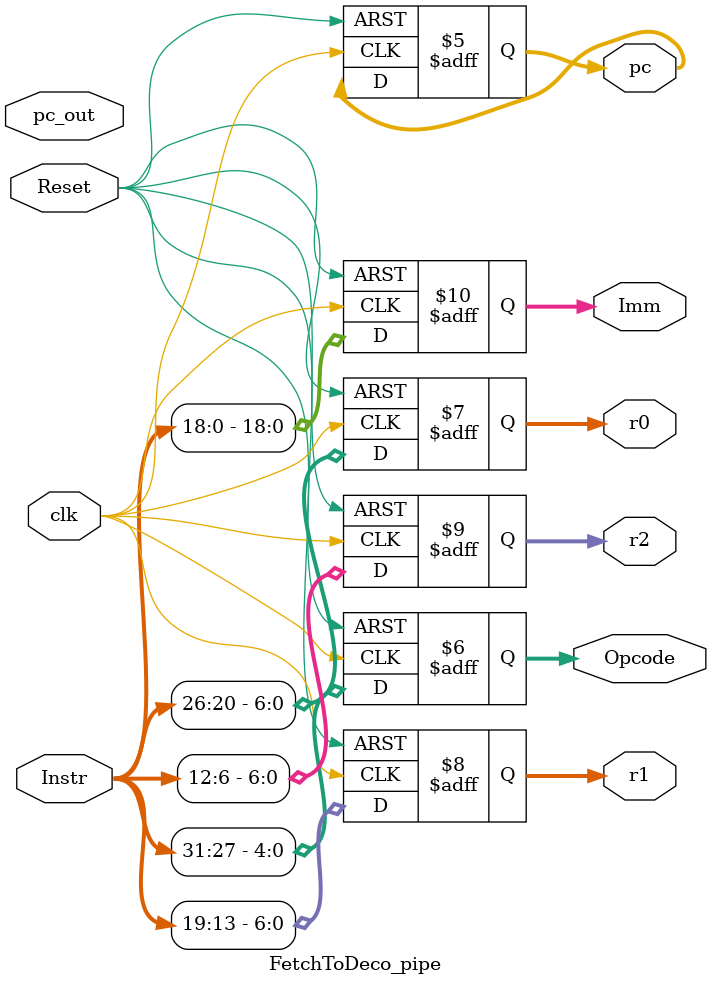
<source format=sv>
 module FetchToDeco_pipe (input logic clk, Reset, input logic [31:0] pc_out, Instr,
					output logic [31:0] pc,
					output logic [4:0] Opcode, //OPCODE, 5 bits
					output logic [6:0] r0, //r0
					output logic [6:0] r1, //r1
					output logic [6:0] r2, //r2
					output logic [18:0] Imm);//Imm

	always_ff@(negedge clk, posedge Reset)
		if(Reset)
			begin
				pc = 0;
				Opcode = 0;
				r0 = 0;
				r1 = 0;
				r2 = 0;
				Imm = 0;
			end
		else 
			begin
				pc_out = pc;
				Opcode = Instr[31:27];
				r0 = Instr[26:20];
				r1 = Instr[19:13];
				r2 = Instr[12:6];
				Imm = Instr[18:0];
			end
endmodule
</source>
